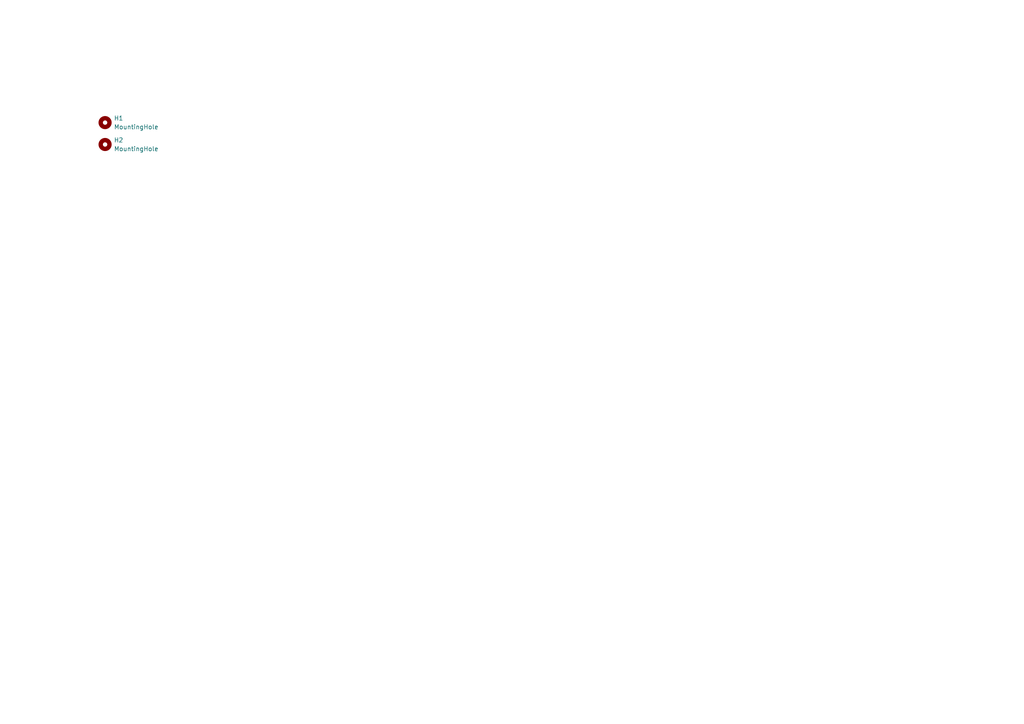
<source format=kicad_sch>
(kicad_sch (version 20250114) (generator "eeschema") (generator_version "9.0")
  (paper "A4")
  (lib_symbols
    (symbol "Mechanical:MountingHole" (pin_names (offset 1.016)) (in_bom no)
      (property "Reference" "H" (at 0 5.08 0))
      (property "Value" "MountingHole" (at 0 3.175 0))
      (symbol "MountingHole_0_1"
        (circle (center 0 0) (radius 1.27) (stroke (width 1.27)))
      )
    )
  )
  (symbol (lib_id "Mechanical:MountingHole") (at 30.48 41.91 0) (unit 1) (in_bom no)
    (property "Reference" "H2" (at 33.02 40.6399 0) (effects (justify left)))
    (property "Value" "MountingHole" (at 33.02 43.1799 0) (effects (justify left)))
    (property "Footprint" "MountingHole:MountingHole_3.2mm_M3" (effects (hide yes)))
    (property "Description" "Mounting Hole without connection" (effects (hide yes)))
  )
  (symbol (lib_id "Mechanical:MountingHole") (at 30.48 35.56 0) (unit 1) (in_bom no)
    (property "Reference" "H1" (at 33.02 34.2899 0) (effects (justify left)))
    (property "Value" "MountingHole" (at 33.02 36.8299 0) (effects (justify left)))
    (property "Footprint" "MountingHole:MountingHole_3.2mm_M3" (effects (hide yes)))
    (property "Description" "Mounting Hole without connection" (effects (hide yes)))
  )
)
</source>
